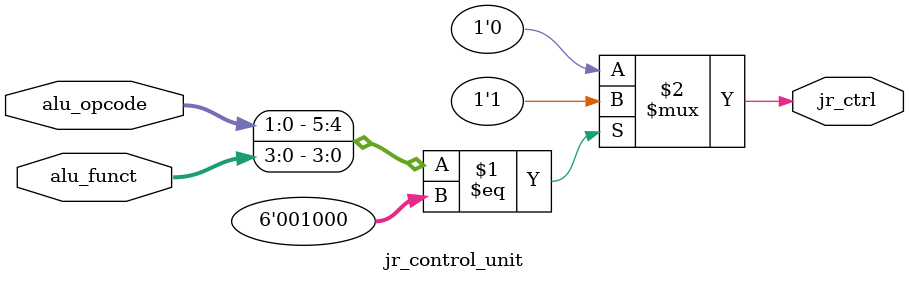
<source format=sv>
module jr_control_unit #() (
    input [1:0] alu_opcode,
    input [3:0] alu_funct,

    output jr_ctrl
);
    assign jr_ctrl = ({alu_opcode, alu_funct} == 6'b001000) ? 1'b1 : 1'b0;
endmodule

</source>
